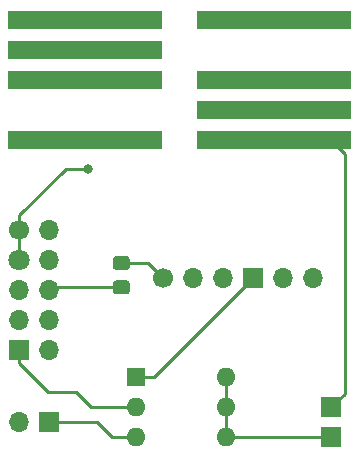
<source format=gtl>
G04 #@! TF.GenerationSoftware,KiCad,Pcbnew,5.1.5*
G04 #@! TF.CreationDate,2020-03-08T11:02:30+01:00*
G04 #@! TF.ProjectId,Flash-Station,466c6173-682d-4537-9461-74696f6e2e6b,rev?*
G04 #@! TF.SameCoordinates,Original*
G04 #@! TF.FileFunction,Copper,L1,Top*
G04 #@! TF.FilePolarity,Positive*
%FSLAX46Y46*%
G04 Gerber Fmt 4.6, Leading zero omitted, Abs format (unit mm)*
G04 Created by KiCad (PCBNEW 5.1.5) date 2020-03-08 11:02:30*
%MOMM*%
%LPD*%
G04 APERTURE LIST*
%ADD10C,0.100000*%
%ADD11O,1.700000X1.700000*%
%ADD12R,1.700000X1.700000*%
%ADD13C,1.700000*%
%ADD14C,1.800000*%
%ADD15R,13.000000X1.600000*%
%ADD16O,1.600000X1.600000*%
%ADD17R,1.600000X1.600000*%
%ADD18C,0.800000*%
%ADD19C,0.250000*%
G04 APERTURE END LIST*
G04 #@! TA.AperFunction,SMDPad,CuDef*
D10*
G36*
X77690505Y-79690204D02*
G01*
X77714773Y-79693804D01*
X77738572Y-79699765D01*
X77761671Y-79708030D01*
X77783850Y-79718520D01*
X77804893Y-79731132D01*
X77824599Y-79745747D01*
X77842777Y-79762223D01*
X77859253Y-79780401D01*
X77873868Y-79800107D01*
X77886480Y-79821150D01*
X77896970Y-79843329D01*
X77905235Y-79866428D01*
X77911196Y-79890227D01*
X77914796Y-79914495D01*
X77916000Y-79938999D01*
X77916000Y-80589001D01*
X77914796Y-80613505D01*
X77911196Y-80637773D01*
X77905235Y-80661572D01*
X77896970Y-80684671D01*
X77886480Y-80706850D01*
X77873868Y-80727893D01*
X77859253Y-80747599D01*
X77842777Y-80765777D01*
X77824599Y-80782253D01*
X77804893Y-80796868D01*
X77783850Y-80809480D01*
X77761671Y-80819970D01*
X77738572Y-80828235D01*
X77714773Y-80834196D01*
X77690505Y-80837796D01*
X77666001Y-80839000D01*
X76765999Y-80839000D01*
X76741495Y-80837796D01*
X76717227Y-80834196D01*
X76693428Y-80828235D01*
X76670329Y-80819970D01*
X76648150Y-80809480D01*
X76627107Y-80796868D01*
X76607401Y-80782253D01*
X76589223Y-80765777D01*
X76572747Y-80747599D01*
X76558132Y-80727893D01*
X76545520Y-80706850D01*
X76535030Y-80684671D01*
X76526765Y-80661572D01*
X76520804Y-80637773D01*
X76517204Y-80613505D01*
X76516000Y-80589001D01*
X76516000Y-79938999D01*
X76517204Y-79914495D01*
X76520804Y-79890227D01*
X76526765Y-79866428D01*
X76535030Y-79843329D01*
X76545520Y-79821150D01*
X76558132Y-79800107D01*
X76572747Y-79780401D01*
X76589223Y-79762223D01*
X76607401Y-79745747D01*
X76627107Y-79731132D01*
X76648150Y-79718520D01*
X76670329Y-79708030D01*
X76693428Y-79699765D01*
X76717227Y-79693804D01*
X76741495Y-79690204D01*
X76765999Y-79689000D01*
X77666001Y-79689000D01*
X77690505Y-79690204D01*
G37*
G04 #@! TD.AperFunction*
G04 #@! TA.AperFunction,SMDPad,CuDef*
G36*
X77690505Y-81740204D02*
G01*
X77714773Y-81743804D01*
X77738572Y-81749765D01*
X77761671Y-81758030D01*
X77783850Y-81768520D01*
X77804893Y-81781132D01*
X77824599Y-81795747D01*
X77842777Y-81812223D01*
X77859253Y-81830401D01*
X77873868Y-81850107D01*
X77886480Y-81871150D01*
X77896970Y-81893329D01*
X77905235Y-81916428D01*
X77911196Y-81940227D01*
X77914796Y-81964495D01*
X77916000Y-81988999D01*
X77916000Y-82639001D01*
X77914796Y-82663505D01*
X77911196Y-82687773D01*
X77905235Y-82711572D01*
X77896970Y-82734671D01*
X77886480Y-82756850D01*
X77873868Y-82777893D01*
X77859253Y-82797599D01*
X77842777Y-82815777D01*
X77824599Y-82832253D01*
X77804893Y-82846868D01*
X77783850Y-82859480D01*
X77761671Y-82869970D01*
X77738572Y-82878235D01*
X77714773Y-82884196D01*
X77690505Y-82887796D01*
X77666001Y-82889000D01*
X76765999Y-82889000D01*
X76741495Y-82887796D01*
X76717227Y-82884196D01*
X76693428Y-82878235D01*
X76670329Y-82869970D01*
X76648150Y-82859480D01*
X76627107Y-82846868D01*
X76607401Y-82832253D01*
X76589223Y-82815777D01*
X76572747Y-82797599D01*
X76558132Y-82777893D01*
X76545520Y-82756850D01*
X76535030Y-82734671D01*
X76526765Y-82711572D01*
X76520804Y-82687773D01*
X76517204Y-82663505D01*
X76516000Y-82639001D01*
X76516000Y-81988999D01*
X76517204Y-81964495D01*
X76520804Y-81940227D01*
X76526765Y-81916428D01*
X76535030Y-81893329D01*
X76545520Y-81871150D01*
X76558132Y-81850107D01*
X76572747Y-81830401D01*
X76589223Y-81812223D01*
X76607401Y-81795747D01*
X76627107Y-81781132D01*
X76648150Y-81768520D01*
X76670329Y-81758030D01*
X76693428Y-81749765D01*
X76717227Y-81743804D01*
X76741495Y-81740204D01*
X76765999Y-81739000D01*
X77666001Y-81739000D01*
X77690505Y-81740204D01*
G37*
G04 #@! TD.AperFunction*
D11*
X93472000Y-81534000D03*
X90932000Y-81534000D03*
D12*
X88392000Y-81534000D03*
D11*
X85852000Y-81534000D03*
X83312000Y-81534000D03*
D13*
X80772000Y-81534000D03*
D11*
X71120000Y-87630000D03*
D12*
X68580000Y-87630000D03*
D11*
X71120000Y-85090000D03*
X68580000Y-85090000D03*
X71120000Y-82550000D03*
X68580000Y-82550000D03*
X71120000Y-80010000D03*
D14*
X68580000Y-80010000D03*
D11*
X71120000Y-77470000D03*
D13*
X68580000Y-77470000D03*
D15*
X74168000Y-69850000D03*
X74168000Y-64770000D03*
X74168000Y-59690000D03*
X74168000Y-62230000D03*
X90170000Y-59690000D03*
X90170000Y-64770000D03*
X90170000Y-69850000D03*
X90170000Y-67310000D03*
D12*
X94996000Y-94996000D03*
X94996000Y-92456000D03*
D11*
X68580000Y-93726000D03*
D12*
X71120000Y-93726000D03*
D16*
X86106000Y-89916000D03*
X78486000Y-94996000D03*
X86106000Y-92456000D03*
X78486000Y-92456000D03*
X86106000Y-94996000D03*
D17*
X78486000Y-89916000D03*
D18*
X91440000Y-59690000D03*
X74422000Y-72263000D03*
X72390000Y-59690000D03*
X72390000Y-62230000D03*
X72390000Y-64770000D03*
X72390000Y-69850000D03*
X91440000Y-64770000D03*
X89408000Y-67437000D03*
D19*
X68580000Y-78672081D02*
X68580000Y-80010000D01*
X68580000Y-77470000D02*
X68580000Y-78672081D01*
X68580000Y-77470000D02*
X68580000Y-76200000D01*
X68580000Y-76200000D02*
X72517000Y-72263000D01*
X72517000Y-72263000D02*
X74041000Y-72263000D01*
X71120000Y-93726000D02*
X75184000Y-93726000D01*
X76454000Y-94996000D02*
X78486000Y-94996000D01*
X75184000Y-93726000D02*
X76454000Y-94996000D01*
X71356000Y-82314000D02*
X71120000Y-82550000D01*
X77216000Y-82314000D02*
X71356000Y-82314000D01*
X86106000Y-89916000D02*
X86106000Y-94996000D01*
X86106000Y-94996000D02*
X94996000Y-94996000D01*
X96139000Y-70993000D02*
X94996000Y-69850000D01*
X94996000Y-92456000D02*
X96139000Y-91313000D01*
X96139000Y-91313000D02*
X96139000Y-70993000D01*
X80010000Y-89916000D02*
X88392000Y-81534000D01*
X78486000Y-89916000D02*
X80010000Y-89916000D01*
X78486000Y-92456000D02*
X74676000Y-92456000D01*
X74676000Y-92456000D02*
X73406000Y-91186000D01*
X68580000Y-88730000D02*
X68580000Y-87630000D01*
X71036000Y-91186000D02*
X68580000Y-88730000D01*
X73406000Y-91186000D02*
X71036000Y-91186000D01*
X80481795Y-81187795D02*
X80453795Y-81215795D01*
X79502000Y-80264000D02*
X77216000Y-80264000D01*
X80772000Y-81534000D02*
X79502000Y-80264000D01*
M02*

</source>
